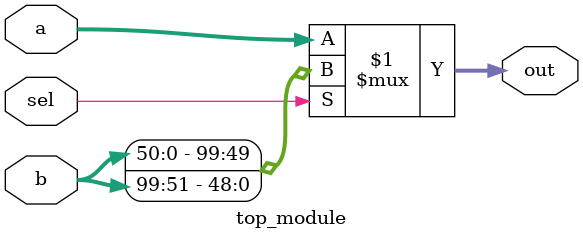
<source format=v>
module top_module (
	input [99:0] a,
	input [99:0] b,
	input sel,
	output [99:0] out
);

	assign out = sel ? {b[50:0], b[99:51]} : a; // Change: swapped the halves of b and made an off by one change

endmodule

</source>
